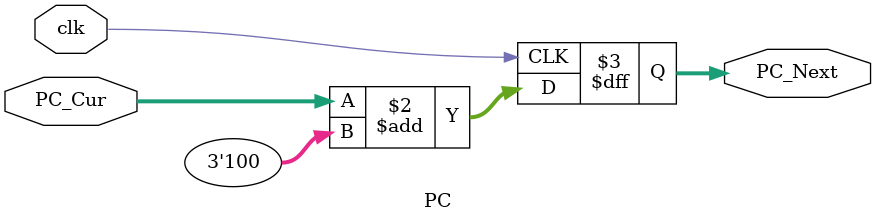
<source format=v>


module PC(
    input clk,
    input [31:0] PC_Cur,
    output reg [31:0] PC_Next
);

always @(posedge clk) begin
    PC_Next <= PC_Cur + 3'b100;
end

endmodule
</source>
